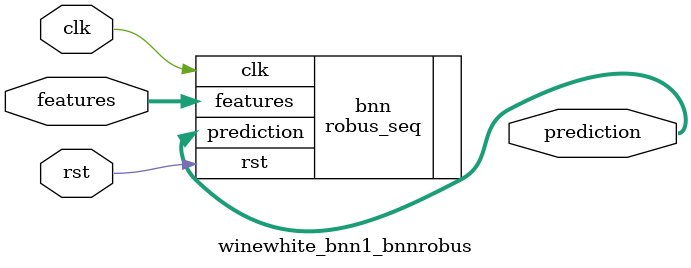
<source format=v>













module winewhite_bnn1_bnnrobus #(

parameter FEAT_CNT = 11,
parameter HIDDEN_CNT = 40,
parameter FEAT_BITS = 4,
parameter CLASS_CNT = 7,
parameter TEST_CNT = 1000


  ) (
  input clk,
  input rst,
  input [FEAT_CNT*FEAT_BITS-1:0] features,
  output [$clog2(CLASS_CNT)-1:0] prediction
  );

  localparam Weights0 = 440'b00010101000000000100110001011111111100001000110010111000111101011010011001100010111100110011000010111110111001101101111011100100100101010010111001101100110001100100000010000100011001111001000101010111000101001100101000101100000110011111011111100011100111101111111000100110011101011110000110100011110011010110001110100100000101101110011001000000111010100011101011100100010011100101000101010011100110000100101000111101100110011111111111010110 ;
  localparam Weights1 = 280'b1100111000000011001100101100101011000111100011011110001100111111010011101101011100011011111010110001111101001110110101110000110111101010000011000100001011010011000011011110101100001111010011101101011100001101100010110001111111101110111001110000000011001010100110110101111011010110 ;

  robus_seq #(.FEAT_CNT(FEAT_CNT),.FEAT_BITS(FEAT_BITS),.HIDDEN_CNT(HIDDEN_CNT),.CLASS_CNT(CLASS_CNT),.Weights0(Weights0),.Weights1(Weights1)) bnn (
    .clk(clk),
    .rst(rst),
    .features(features),
    .prediction(prediction)
  );

endmodule

</source>
